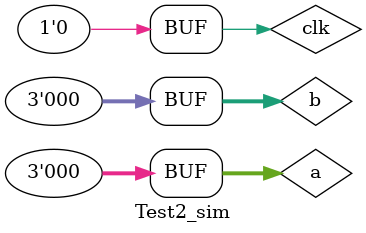
<source format=v>
`timescale 1ns / 1ps


module Test2_sim;

	// Inputs
	reg clk;
	reg [2:0] a;
	reg [2:0] b;

	// Outputs
	wire [3:0] c;

	// Instantiate the Unit Under Test (UUT)
	Test2 uut (
		.clk(clk), 
		.a(a), 
		.b(b), 
		.c(c)
	);

	initial begin
		// Initialize Inputs
		clk = 0;
		a = 0;
		b = 0;

		// Wait 100 ns for global reset to finish
		#100;
        
		// Add stimulus here

	end
      
endmodule


</source>
